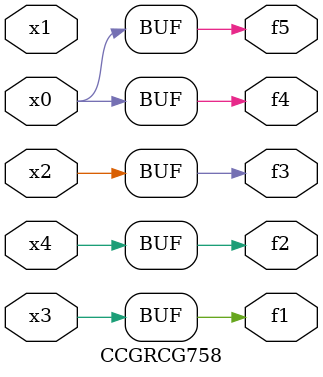
<source format=v>
module CCGRCG758(
	input x0, x1, x2, x3, x4,
	output f1, f2, f3, f4, f5
);
	assign f1 = x3;
	assign f2 = x4;
	assign f3 = x2;
	assign f4 = x0;
	assign f5 = x0;
endmodule

</source>
